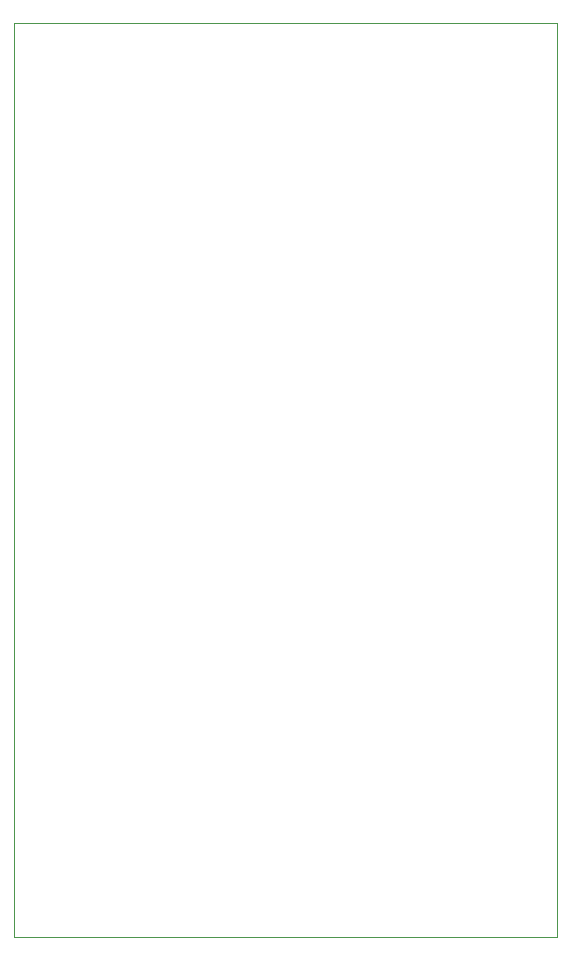
<source format=gbr>
%TF.GenerationSoftware,KiCad,Pcbnew,(6.0.10)*%
%TF.CreationDate,2023-04-10T11:13:11-05:00*%
%TF.ProjectId,lowerArm,6c6f7765-7241-4726-9d2e-6b696361645f,rev?*%
%TF.SameCoordinates,Original*%
%TF.FileFunction,Profile,NP*%
%FSLAX46Y46*%
G04 Gerber Fmt 4.6, Leading zero omitted, Abs format (unit mm)*
G04 Created by KiCad (PCBNEW (6.0.10)) date 2023-04-10 11:13:11*
%MOMM*%
%LPD*%
G01*
G04 APERTURE LIST*
%TA.AperFunction,Profile*%
%ADD10C,0.100000*%
%TD*%
G04 APERTURE END LIST*
D10*
X123317000Y-130175000D02*
X169291000Y-130175000D01*
X169291000Y-130175000D02*
X169291000Y-52832000D01*
X169291000Y-52832000D02*
X123317000Y-52832000D01*
X123317000Y-52832000D02*
X123317000Y-130175000D01*
M02*

</source>
